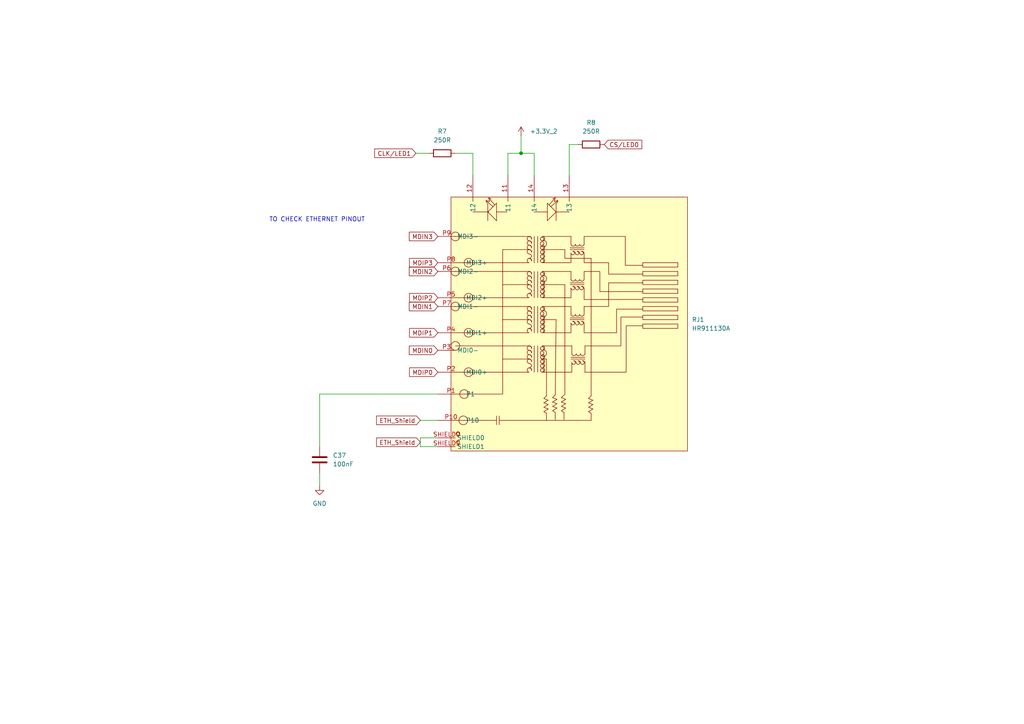
<source format=kicad_sch>
(kicad_sch (version 20231120) (generator "eeschema") (generator_version "8.0")
  (paper "A4")
  (lib_symbols
    (symbol "Device:C" (pin_numbers hide) (pin_names (offset 0.254))
      (property "Reference" "C" (at 0.635 2.54 0))
      (property "Value" "C" (at 0.635 -2.54 0))
      (symbol "C_0_1"
        (polyline (pts (xy -2.032 -0.762) (xy 2.032 -0.762)) (stroke (width 0.508)))
        (polyline (pts (xy -2.032 0.762) (xy 2.032 0.762)) (stroke (width 0.508)))
      )
      (symbol "C_1_1"
        (pin passive line (at 0 3.81 270) (length 2.794) (name "~") (number "1"))
        (pin passive line (at 0 -3.81 90) (length 2.794) (name "~") (number "2"))
      )
    )
    (symbol "Device:R" (pin_numbers hide) (pin_names (offset 0))
      (property "Reference" "R" (at 2.032 0 90))
      (property "Value" "R" (at 0 0 90))
      (symbol "R_0_1"
        (rectangle (start -1.016 -2.54) (end 1.016 2.54) (stroke (width 0.254)))
      )
      (symbol "R_1_1"
        (pin passive line (at 0 3.81 270) (length 1.27) (name "~") (number "1"))
        (pin passive line (at 0 -3.81 90) (length 1.27) (name "~") (number "2"))
      )
    )
    (symbol "da:HR911130A"
      (property "Reference" "RJ1" (at 40.64 -2.5399 0))
      (property "Value" "HR911130A" (at 40.64 -5.0799 0))
      (symbol "HR911130A_0_1"
        (rectangle (start -29.21 33.02) (end 39.37 -40.64) (fill (type background)))
        (circle (center -27.94 -10.16) (radius 1.27))
        (circle (center -27.94 1.27) (radius 1.27))
        (circle (center -27.94 11.43) (radius 1.27))
        (circle (center -27.94 21.59) (radius 1.27))
        (circle (center -27.18 -38.1) (radius 0.51))
        (circle (center -27.18 -35.56) (radius 0.51))
        (circle (center -25.65 -31.75) (radius 1.27))
        (circle (center -25.4 -24.13) (radius 1.27))
        (circle (center -24.13 -17.78) (radius 1.27))
        (circle (center -24.13 -6.35) (radius 1.27))
        (circle (center -24.13 3.81) (radius 1.27))
        (circle (center -24.13 13.97) (radius 1.27))
        (arc (start -6.6 -16.51) (mid -6.52 -16.5) (end -5.84 -16))
        (arc (start -6.6 -5.08) (mid -6.52 -5.07) (end -5.84 -4.57))
        (arc (start -6.6 5.08) (mid -6.52 5.09) (end -5.84 5.59))
        (arc (start -6.6 15.24) (mid -6.52 15.25) (end -5.84 15.75))
        (arc (start -5.84 -17.27) (mid -6.8337 -16.6103) (end -6.6 -17.78))
        (arc (start -5.84 -17.27) (mid -6.2 -16.62) (end -6.6 -16.51))
        (arc (start -5.84 -16) (mid -6.2 -15.35) (end -6.6 -15.24))
        (arc (start -5.84 -14.73) (mid -6.8337 -14.0703) (end -6.6 -15.24))
        (arc (start -5.84 -14.73) (mid -6.2 -14.08) (end -6.6 -13.97))
        (arc (start -5.84 -13.46) (mid -6.8337 -12.8003) (end -6.6 -13.97))
        (arc (start -5.84 -13.46) (mid -6.2 -12.81) (end -6.6 -12.7))
        (arc (start -5.84 -12.19) (mid -6.8337 -11.5303) (end -6.6 -12.7))
        (arc (start -5.84 -12.19) (mid -6.2 -11.54) (end -6.6 -11.43))
        (arc (start -5.84 -10.92) (mid -6.8337 -10.2603) (end -6.6 -11.43))
        (arc (start -5.84 -10.92) (mid -6.2 -10.27) (end -6.6 -10.16))
        (arc (start -5.84 -5.84) (mid -6.8337 -5.1803) (end -6.6 -6.35))
        (arc (start -5.84 -5.84) (mid -6.2 -5.19) (end -6.6 -5.08))
        (arc (start -5.84 -4.57) (mid -6.2 -3.92) (end -6.6 -3.81))
        (arc (start -5.84 -3.3) (mid -6.8337 -2.6403) (end -6.6 -3.81))
        (arc (start -5.84 -3.3) (mid -6.2 -2.65) (end -6.6 -2.54))
        (arc (start -5.84 -2.03) (mid -6.8337 -1.3703) (end -6.6 -2.54))
        (arc (start -5.84 -2.03) (mid -6.2 -1.38) (end -6.6 -1.27))
        (arc (start -5.84 -0.76) (mid -6.8337 -0.1003) (end -6.6 -1.27))
        (arc (start -5.84 -0.76) (mid -6.2 -0.11) (end -6.6 0))
        (arc (start -5.84 0.51) (mid -6.8337 1.1697) (end -6.6 0))
        (arc (start -5.84 0.51) (mid -6.2 1.16) (end -6.6 1.27))
        (arc (start -5.84 4.32) (mid -6.8337 4.9797) (end -6.6 3.81))
        (arc (start -5.84 4.32) (mid -6.2 4.97) (end -6.6 5.08))
        (arc (start -5.84 5.59) (mid -6.2 6.24) (end -6.6 6.35))
        (arc (start -5.84 6.86) (mid -6.8337 7.5197) (end -6.6 6.35))
        (arc (start -5.84 6.86) (mid -6.2 7.51) (end -6.6 7.62))
        (arc (start -5.84 8.13) (mid -6.8337 8.7897) (end -6.6 7.62))
        (arc (start -5.84 8.13) (mid -6.2 8.78) (end -6.6 8.89))
        (arc (start -5.84 9.4) (mid -6.8337 10.0597) (end -6.6 8.89))
        (arc (start -5.84 9.4) (mid -6.2 10.05) (end -6.6 10.16))
        (arc (start -5.84 10.67) (mid -6.8337 11.3297) (end -6.6 10.16))
        (arc (start -5.84 10.67) (mid -6.2 11.32) (end -6.6 11.43))
        (arc (start -5.84 14.48) (mid -6.8337 15.1397) (end -6.6 13.97))
        (arc (start -5.84 14.48) (mid -6.2 15.13) (end -6.6 15.24))
        (arc (start -5.84 15.75) (mid -6.2 16.4) (end -6.6 16.51))
        (arc (start -5.84 17.02) (mid -6.8337 17.6797) (end -6.6 16.51))
        (arc (start -5.84 17.02) (mid -6.2 17.67) (end -6.6 17.78))
        (arc (start -5.84 18.29) (mid -6.8337 18.9497) (end -6.6 17.78))
        (arc (start -5.84 18.29) (mid -6.2 18.94) (end -6.6 19.05))
        (arc (start -5.84 19.56) (mid -6.8337 20.2197) (end -6.6 19.05))
        (arc (start -5.84 19.56) (mid -6.2 20.21) (end -6.6 20.32))
        (arc (start -5.84 20.83) (mid -6.8337 21.4897) (end -6.6 20.32))
        (arc (start -5.84 20.83) (mid -6.2 21.48) (end -6.6 21.59))
        (arc (start -3.3 -17.27) (mid -2.132 -17.5026) (end -2.79 -16.51))
        (arc (start -3.3 -16) (mid -2.132 -16.2326) (end -2.79 -15.24))
        (arc (start -3.3 -14.73) (mid -2.132 -14.9626) (end -2.79 -13.97))
        (arc (start -3.3 -13.46) (mid -2.132 -13.6926) (end -2.79 -12.7))
        (arc (start -3.3 -12.19) (mid -1.6318 -12.7584) (end -2.79 -11.43))
        (arc (start -3.3 -10.92) (mid -2.132 -11.1526) (end -2.79 -10.16))
        (arc (start -3.3 -5.84) (mid -2.132 -6.0726) (end -2.79 -5.08))
        (arc (start -3.3 -4.57) (mid -2.132 -4.8026) (end -2.79 -3.81))
        (arc (start -3.3 -3.3) (mid -2.132 -3.5326) (end -2.79 -2.54))
        (arc (start -3.3 -2.03) (mid -2.132 -2.2626) (end -2.79 -1.27))
        (arc (start -3.3 -0.76) (mid -1.6318 -1.3284) (end -2.79 0))
        (arc (start -3.3 0.51) (mid -2.132 0.2774) (end -2.79 1.27))
        (arc (start -3.3 4.32) (mid -2.132 4.0874) (end -2.79 5.08))
        (arc (start -3.3 5.59) (mid -2.132 5.3574) (end -2.79 6.35))
        (arc (start -3.3 6.86) (mid -2.132 6.6274) (end -2.79 7.62))
        (arc (start -3.3 8.13) (mid -2.132 7.8974) (end -2.79 8.89))
        (arc (start -3.3 9.4) (mid -1.6318 8.8316) (end -2.79 10.16))
        (arc (start -3.3 10.67) (mid -2.132 10.4374) (end -2.79 11.43))
        (arc (start -3.3 14.48) (mid -2.132 14.2474) (end -2.79 15.24))
        (arc (start -3.3 15.75) (mid -2.132 15.5174) (end -2.79 16.51))
        (arc (start -3.3 17.02) (mid -2.132 16.7874) (end -2.79 17.78))
        (arc (start -3.3 18.29) (mid -2.132 18.0574) (end -2.79 19.05))
        (arc (start -3.3 19.56) (mid -1.6318 18.9916) (end -2.79 20.32))
        (arc (start -3.3 20.83) (mid -2.132 20.5974) (end -2.79 21.59))
        (arc (start -2.79 -17.78) (mid -2.4348 -16.9148) (end -3.3 -17.27))
        (arc (start -2.79 -16.51) (mid -2.4348 -15.6448) (end -3.3 -16))
        (arc (start -2.79 -15.24) (mid -2.4348 -14.3748) (end -3.3 -14.73))
        (arc (start -2.79 -13.97) (mid -2.4348 -13.1048) (end -3.3 -13.46))
        (arc (start -2.79 -12.7) (mid -2.4348 -11.8348) (end -3.3 -12.19))
        (arc (start -2.79 -11.43) (mid -2.4348 -10.5648) (end -3.3 -10.92))
        (arc (start -2.79 -6.35) (mid -2.4348 -5.4848) (end -3.3 -5.84))
        (arc (start -2.79 -5.08) (mid -2.4348 -4.2148) (end -3.3 -4.57))
        (arc (start -2.79 -3.81) (mid -2.4348 -2.9448) (end -3.3 -3.3))
        (arc (start -2.79 -2.54) (mid -2.4348 -1.6748) (end -3.3 -2.03))
        (arc (start -2.79 -1.27) (mid -2.4348 -0.4048) (end -3.3 -0.76))
        (arc (start -2.79 0) (mid -2.4348 0.8652) (end -3.3 0.51))
        (arc (start -2.79 3.81) (mid -2.4348 4.6752) (end -3.3 4.32))
        (arc (start -2.79 5.08) (mid -2.4348 5.9452) (end -3.3 5.59))
        (arc (start -2.79 6.35) (mid -2.4348 7.2152) (end -3.3 6.86))
        (arc (start -2.79 7.62) (mid -2.4348 8.4852) (end -3.3 8.13))
        (arc (start -2.79 8.89) (mid -2.4348 9.7552) (end -3.3 9.4))
        (arc (start -2.79 10.16) (mid -2.4348 11.0252) (end -3.3 10.67))
        (arc (start -2.79 13.97) (mid -2.4348 14.8352) (end -3.3 14.48))
        (arc (start -2.79 15.24) (mid -2.4348 16.1052) (end -3.3 15.75))
        (arc (start -2.79 16.51) (mid -2.4348 17.3752) (end -3.3 17.02))
        (arc (start -2.79 17.78) (mid -2.4348 18.6452) (end -3.3 18.29))
        (arc (start -2.79 19.05) (mid -2.4348 19.9152) (end -3.3 19.56))
        (arc (start -2.79 20.32) (mid -2.4348 21.1852) (end -3.3 20.83))
        (polyline (pts (xy -19.05 32) (xy -18.8 31.24)))
        (polyline (pts (xy -19.05 32) (xy -18.03 31.75)))
        (polyline (pts (xy -18.54 28.7) (xy -18.54 26.16)))
        (polyline (pts (xy -18.54 28.7) (xy -17.02 30.23)))
        (polyline (pts (xy -18.54 31.24) (xy -18.54 28.7)))
        (polyline (pts (xy -18.29 28.7) (xy -22.86 28.7)))
        (polyline (pts (xy -18.29 32.77) (xy -18.03 31.75)))
        (polyline (pts (xy -18.29 32.77) (xy -17.53 32.51)))
        (polyline (pts (xy -17.02 30.23) (xy -19.05 32)))
        (polyline (pts (xy -17.02 30.23) (xy -16.51 30.73)))
        (polyline (pts (xy -16.51 30.73) (xy -18.29 32.77)))
        (polyline (pts (xy -16.51 30.73) (xy -16 31.24)))
        (polyline (pts (xy -16 -31.75) (xy -25.4 -31.75)))
        (polyline (pts (xy -16 -30.48) (xy -16 -33.02)))
        (polyline (pts (xy -16 26.16) (xy -18.54 28.7)))
        (polyline (pts (xy -16 28.7) (xy -16 26.16)))
        (polyline (pts (xy -16 28.7) (xy -12.95 28.7)))
        (polyline (pts (xy -16 31.24) (xy -16 28.7)))
        (polyline (pts (xy -15.24 -30.48) (xy -15.24 -33.02)))
        (polyline (pts (xy -6.6 -17.78) (xy -25.4 -17.78)))
        (polyline (pts (xy -6.6 -13.97) (xy -14.22 -13.97)))
        (polyline (pts (xy -6.6 -10.16) (xy -27.94 -10.16)))
        (polyline (pts (xy -6.6 -6.35) (xy -25.4 -6.35)))
        (polyline (pts (xy -6.6 -2.54) (xy -14.22 -2.54)))
        (polyline (pts (xy -6.6 1.27) (xy -27.94 1.27)))
        (polyline (pts (xy -6.6 3.81) (xy -25.4 3.81)))
        (polyline (pts (xy -6.6 7.62) (xy -14.22 7.62)))
        (polyline (pts (xy -6.6 11.43) (xy -27.94 11.43)))
        (polyline (pts (xy -6.6 13.97) (xy -25.4 13.97)))
        (polyline (pts (xy -6.6 17.78) (xy -14.22 17.78)))
        (polyline (pts (xy -6.6 21.59) (xy -27.94 21.59)))
        (polyline (pts (xy -5.08 -10.16) (xy -5.08 -17.78)))
        (polyline (pts (xy -5.08 1.27) (xy -5.08 -6.35)))
        (polyline (pts (xy -5.08 11.43) (xy -5.08 3.81)))
        (polyline (pts (xy -5.08 21.59) (xy -5.08 13.97)))
        (polyline (pts (xy -4.06 -10.16) (xy -4.06 -17.78)))
        (polyline (pts (xy -4.06 1.27) (xy -4.06 -6.35)))
        (polyline (pts (xy -4.06 11.43) (xy -4.06 3.81)))
        (polyline (pts (xy -4.06 21.59) (xy -4.06 13.97)))
        (polyline (pts (xy -3.05 -13.97) (xy -1.52 -13.97)))
        (polyline (pts (xy -2.79 -6.35) (xy 1.78 -6.35)))
        (polyline (pts (xy -2.79 -2.54) (xy 1.27 -2.54)))
        (polyline (pts (xy -2.79 3.81) (xy 1.78 3.81)))
        (polyline (pts (xy -2.79 7.62) (xy 3.81 7.62)))
        (polyline (pts (xy -2.79 13.97) (xy 1.78 13.97)))
        (polyline (pts (xy -2.29 -29.21) (xy -1.52 -29.72)))
        (polyline (pts (xy -2.29 -27.94) (xy -1.02 -28.45)))
        (polyline (pts (xy -2.29 -26.67) (xy -1.02 -27.18)))
        (polyline (pts (xy -2.29 -25.4) (xy -1.02 -25.91)))
        (polyline (pts (xy -1.52 -31.75) (xy -15.24 -31.75)))
        (polyline (pts (xy -1.52 -29.72) (xy -1.52 -31.75)))
        (polyline (pts (xy -1.52 -24.64) (xy -2.29 -25.4)))
        (polyline (pts (xy -1.52 -13.97) (xy -1.52 -24.64)))
        (polyline (pts (xy -1.27 26.16) (xy 1.27 28.7)))
        (polyline (pts (xy -1.27 28.7) (xy -5.08 28.7)))
        (polyline (pts (xy -1.27 28.7) (xy -1.27 26.16)))
        (polyline (pts (xy -1.27 31.24) (xy -1.27 28.7)))
        (polyline (pts (xy -1.02 -28.45) (xy -2.29 -29.21)))
        (polyline (pts (xy -1.02 -27.18) (xy -2.29 -27.94)))
        (polyline (pts (xy -1.02 -25.91) (xy -2.29 -26.67)))
        (polyline (pts (xy -0.76 30.73) (xy -1.27 31.24)))
        (polyline (pts (xy -0.76 30.73) (xy 1.02 32.77)))
        (polyline (pts (xy -0.25 30.23) (xy -0.76 30.73)))
        (polyline (pts (xy -0.25 30.23) (xy 1.78 32)))
        (polyline (pts (xy 0.25 -28.96) (xy 1.02 -29.46)))
        (polyline (pts (xy 0.25 -27.69) (xy 1.52 -28.19)))
        (polyline (pts (xy 0.25 -26.42) (xy 1.52 -26.92)))
        (polyline (pts (xy 0.25 -25.15) (xy 1.52 -25.65)))
        (polyline (pts (xy 1.02 -29.46) (xy 1.02 -31.5)))
        (polyline (pts (xy 1.02 -24.38) (xy 0.25 -25.15)))
        (polyline (pts (xy 1.02 32.77) (xy 0.25 32.51)))
        (polyline (pts (xy 1.02 32.77) (xy 0.76 31.75)))
        (polyline (pts (xy 1.27 -31.75) (xy -1.52 -31.75)))
        (polyline (pts (xy 1.27 -2.54) (xy 1.02 -24.38)))
        (polyline (pts (xy 1.27 28.7) (xy -0.25 30.23)))
        (polyline (pts (xy 1.27 28.7) (xy 1.27 26.16)))
        (polyline (pts (xy 1.27 28.7) (xy 5.08 28.7)))
        (polyline (pts (xy 1.27 31.24) (xy 1.27 28.7)))
        (polyline (pts (xy 1.52 -28.19) (xy 0.25 -28.96)))
        (polyline (pts (xy 1.52 -26.92) (xy 0.25 -27.69)))
        (polyline (pts (xy 1.52 -25.65) (xy 0.25 -26.42)))
        (polyline (pts (xy 1.78 32) (xy 0.76 31.75)))
        (polyline (pts (xy 1.78 32) (xy 1.52 31.24)))
        (polyline (pts (xy 2.79 -28.96) (xy 3.56 -29.46)))
        (polyline (pts (xy 2.79 -27.69) (xy 4.06 -28.19)))
        (polyline (pts (xy 2.79 -26.42) (xy 4.06 -26.92)))
        (polyline (pts (xy 2.79 -25.15) (xy 4.06 -25.65)))
        (polyline (pts (xy 3.56 -29.46) (xy 3.56 -31.5)))
        (polyline (pts (xy 3.56 -24.38) (xy 2.79 -25.15)))
        (polyline (pts (xy 3.81 -31.75) (xy 1.27 -31.75)))
        (polyline (pts (xy 3.81 7.62) (xy 3.81 -24.38)))
        (polyline (pts (xy 4.06 -28.19) (xy 2.79 -28.96)))
        (polyline (pts (xy 4.06 -26.92) (xy 2.79 -27.69)))
        (polyline (pts (xy 4.06 -25.65) (xy 2.79 -26.42)))
        (polyline (pts (xy 5.33 -2.54) (xy 9.4 -2.54)))
        (polyline (pts (xy 5.33 -2.03) (xy 9.4 -2.03)))
        (polyline (pts (xy 5.33 7.62) (xy 9.4 7.62)))
        (polyline (pts (xy 5.33 8.13) (xy 9.4 8.13)))
        (polyline (pts (xy 5.33 17.78) (xy 9.4 17.78)))
        (polyline (pts (xy 5.33 18.29) (xy 9.4 18.29)))
        (polyline (pts (xy 5.59 -13.97) (xy 9.65 -13.97)))
        (polyline (pts (xy 5.59 -13.46) (xy 9.65 -13.46)))
        (polyline (pts (xy 5.59 -1.02) (xy 5.59 1.27)))
        (polyline (pts (xy 5.59 1.27) (xy -2.79 1.27)))
        (polyline (pts (xy 5.59 9.14) (xy 5.59 11.43)))
        (polyline (pts (xy 5.59 11.43) (xy -2.79 11.43)))
        (polyline (pts (xy 5.59 19.3) (xy 5.59 21.59)))
        (polyline (pts (xy 5.59 21.59) (xy -2.79 21.59)))
        (polyline (pts (xy 5.84 -12.45) (xy 5.84 -10.16)))
        (polyline (pts (xy 5.84 -10.16) (xy -2.79 -10.16)))
        (polyline (pts (xy 9.4 -3.56) (xy 9.4 -6.35)))
        (polyline (pts (xy 9.4 1.27) (xy 9.4 -1.02)))
        (polyline (pts (xy 9.4 11.43) (xy 9.4 9.14)))
        (polyline (pts (xy 9.65 -14.99) (xy 9.65 -17.78)))
        (polyline (pts (xy 9.65 -10.16) (xy 9.65 -12.45)))
        (polyline (pts (xy 10.67 -29.21) (xy 11.43 -29.72)))
        (polyline (pts (xy 10.67 -27.94) (xy 11.94 -28.45)))
        (polyline (pts (xy 10.67 -26.67) (xy 11.94 -27.18)))
        (polyline (pts (xy 10.67 -25.4) (xy 11.94 -25.91)))
        (polyline (pts (xy 11.43 -31.75) (xy 3.81 -31.75)))
        (polyline (pts (xy 11.43 -29.72) (xy 11.43 -31.75)))
        (polyline (pts (xy 11.43 -24.64) (xy 10.67 -25.4)))
        (polyline (pts (xy 11.43 15.24) (xy 11.43 -24.64)))
        (polyline (pts (xy 11.94 -28.45) (xy 10.67 -29.21)))
        (polyline (pts (xy 11.94 -27.18) (xy 10.67 -27.94)))
        (polyline (pts (xy 11.94 -25.91) (xy 10.67 -26.67)))
        (polyline (pts (xy -14.22 17.78) (xy -14.22 -24.13) (xy -25.4 -24.13)))
        (polyline (pts (xy -2.79 -17.78) (xy 5.84 -17.78) (xy 5.84 -14.99)))
        (polyline (pts (xy 1.78 -6.35) (xy 5.59 -6.35) (xy 5.59 -3.56)))
        (polyline (pts (xy 1.78 3.81) (xy 5.59 3.81) (xy 5.59 6.6)))
        (polyline (pts (xy 1.78 13.97) (xy 5.59 13.97) (xy 5.59 16.76)))
        (polyline (pts (xy 9.4 6.6) (xy 9.4 3.3) (xy 26.42 3.3)))
        (polyline (pts (xy -2.79 17.78) (xy 3.81 17.78) (xy 3.81 15.24) (xy 11.43 15.24)))
        (polyline (pts (xy 9.4 11.43) (xy 13.97 11.43) (xy 13.97 5.59) (xy 26.42 5.59)))
        (polyline (pts (xy 26.42 -4.32) (xy 21.59 -4.32) (xy 21.59 -17.78) (xy 9.65 -17.78)))
        (polyline (pts (xy 26.42 -1.78) (xy 20.07 -1.78) (xy 20.07 -10.16) (xy 9.65 -10.16)))
        (polyline (pts (xy 26.42 0.51) (xy 18.8 0.51) (xy 18.8 -6.35) (xy 9.4 -6.35)))
        (polyline (pts (xy 26.42 8.13) (xy 16.51 8.13) (xy 16.51 1.27) (xy 9.4 1.27)))
        (polyline (pts (xy 9.4 16.76) (xy 9.4 13.97) (xy 16.51 13.97) (xy 16.51 10.67) (xy 26.42 10.67)))
        (polyline (pts (xy 26.42 13.21) (xy 21.34 13.21) (xy 21.34 21.59) (xy 9.4 21.59) (xy 9.4 19.3)))
        (arc (start 5.59 -3.56) (mid 6.4606 -3.9206) (end 6.1 -3.05))
        (arc (start 5.59 -1.02) (mid 5.7429 -1.3742) (end 6.1 -1.52))
        (arc (start 5.59 6.6) (mid 6.4606 6.2394) (end 6.1 7.11))
        (arc (start 5.59 9.14) (mid 5.7429 8.7858) (end 6.1 8.64))
        (arc (start 5.59 16.76) (mid 6.4606 16.3994) (end 6.1 17.27))
        (arc (start 5.59 19.3) (mid 5.7429 18.9458) (end 6.1 18.8))
        (arc (start 5.84 -14.99) (mid 6.7278 -15.3678) (end 6.35 -14.48))
        (arc (start 5.84 -12.45) (mid 5.9956 -12.8015) (end 6.35 -12.95))
        (arc (start 6.1 -1.52) (mid 6.5854 -1.4301) (end 6.86 -1.02))
        (arc (start 6.1 8.64) (mid 6.5854 8.7299) (end 6.86 9.14))
        (arc (start 6.1 18.8) (mid 6.5854 18.8899) (end 6.86 19.3))
        (arc (start 6.35 -12.95) (mid 6.8354 -12.8601) (end 7.11 -12.45))
        (arc (start 6.86 -3.56) (mid 6.57 -3.14) (end 6.1 -3.05))
        (arc (start 6.86 -3.56) (mid 7.7306 -3.9206) (end 7.37 -3.05))
        (arc (start 6.86 -1.02) (mid 7.0129 -1.3742) (end 7.37 -1.52))
        (arc (start 6.86 6.6) (mid 6.57 7.02) (end 6.1 7.11))
        (arc (start 6.86 6.6) (mid 7.7306 6.2394) (end 7.37 7.11))
        (arc (start 6.86 9.14) (mid 7.0129 8.7858) (end 7.37 8.64))
        (arc (start 6.86 16.76) (mid 6.57 17.18) (end 6.1 17.27))
        (arc (start 6.86 16.76) (mid 7.7306 16.3994) (end 7.37 17.27))
        (arc (start 6.86 19.3) (mid 7.0129 18.9458) (end 7.37 18.8))
        (arc (start 7.11 -14.99) (mid 6.82 -14.57) (end 6.35 -14.48))
        (arc (start 7.11 -14.99) (mid 7.9978 -15.3678) (end 7.62 -14.48))
        (arc (start 7.11 -12.45) (mid 7.2656 -12.8015) (end 7.62 -12.95))
        (arc (start 7.37 -1.52) (mid 7.8554 -1.4301) (end 8.13 -1.02))
        (arc (start 7.37 8.64) (mid 7.8554 8.7299) (end 8.13 9.14))
        (arc (start 7.37 18.8) (mid 7.8554 18.8899) (end 8.13 19.3))
        (arc (start 7.62 -12.95) (mid 8.1054 -12.8601) (end 8.38 -12.45))
        (arc (start 8.13 -3.56) (mid 7.84 -3.14) (end 7.37 -3.05))
        (arc (start 8.13 -3.56) (mid 9.0006 -3.9206) (end 8.64 -3.05))
        (arc (start 8.13 -1.02) (mid 8.2829 -1.3742) (end 8.64 -1.52))
        (arc (start 8.13 6.6) (mid 7.84 7.02) (end 7.37 7.11))
        (arc (start 8.13 6.6) (mid 9.0006 6.2394) (end 8.64 7.11))
        (arc (start 8.13 9.14) (mid 8.2829 8.7858) (end 8.64 8.64))
        (arc (start 8.13 16.76) (mid 7.84 17.18) (end 7.37 17.27))
        (arc (start 8.13 16.76) (mid 9.0006 16.3994) (end 8.64 17.27))
        (arc (start 8.13 19.3) (mid 8.2829 18.9458) (end 8.64 18.8))
        (arc (start 8.38 -14.99) (mid 8.09 -14.57) (end 7.62 -14.48))
        (arc (start 8.38 -14.99) (mid 9.2678 -15.3678) (end 8.89 -14.48))
        (arc (start 8.38 -12.45) (mid 8.5356 -12.8015) (end 8.89 -12.95))
        (arc (start 8.64 -1.52) (mid 9.1254 -1.4301) (end 9.4 -1.02))
        (arc (start 8.64 8.64) (mid 9.1254 8.7299) (end 9.4 9.14))
        (arc (start 8.64 18.8) (mid 9.1254 18.8899) (end 9.4 19.3))
        (arc (start 8.89 -12.95) (mid 9.3754 -12.8601) (end 9.65 -12.45))
        (arc (start 9.4 -3.56) (mid 9.11 -3.14) (end 8.64 -3.05))
        (arc (start 9.4 6.6) (mid 9.11 7.02) (end 8.64 7.11))
        (arc (start 9.4 16.76) (mid 9.11 17.18) (end 8.64 17.27))
        (arc (start 9.65 -14.99) (mid 9.36 -14.57) (end 8.89 -14.48))
        (rectangle (start 26.42 -3.81) (end 36.58 -5.08) (fill (type background)))
        (rectangle (start 26.42 -1.27) (end 36.58 -2.54) (fill (type background)))
        (rectangle (start 26.42 1.27) (end 36.58 0) (fill (type background)))
        (rectangle (start 26.42 3.81) (end 36.58 2.54) (fill (type background)))
        (rectangle (start 26.42 6.35) (end 36.58 5.08) (fill (type background)))
        (rectangle (start 26.42 8.89) (end 36.58 7.62) (fill (type background)))
        (rectangle (start 26.42 11.43) (end 36.58 10.16) (fill (type background)))
        (rectangle (start 26.42 13.97) (end 36.58 12.7) (fill (type background)))
        (pin unspecified line (at -12.7 39.37 270) (length 7.62) (name "11") (number "11"))
        (pin unspecified line (at -22.86 39.37 270) (length 7.62) (name "12") (number "12"))
        (pin unspecified line (at 5.08 39.37 270) (length 7.62) (name "13") (number "13"))
        (pin unspecified line (at -5.08 39.37 270) (length 7.62) (name "14") (number "14"))
        (pin unspecified line (at -33.02 -24.13 0) (length 7.62) (name "P1") (number "P1"))
        (pin unspecified line (at -33.02 -31.75 0) (length 7.62) (name "P10") (number "P10"))
        (pin unspecified line (at -33.02 -36.83 0) (length 5.08) (name "SHIELD0") (number "SHIELD0"))
        (pin unspecified line (at -33.02 -39.37 0) (length 5.08) (name "SHIELD1") (number "SHIELD1"))
      )
      (symbol "HR911130A_1_1"
        (pin unspecified line (at -33.02 -17.78 0) (length 7.62) (name "MDI0+") (number "P2"))
        (pin unspecified line (at -33.02 -11.43 0) (length 5.08) (name "MDI0-") (number "P3"))
        (pin unspecified line (at -33.02 -6.35 0) (length 7.62) (name "MDI1+") (number "P4"))
        (pin unspecified line (at -33.02 3.81 0) (length 7.62) (name "MDI2+") (number "P5"))
        (pin unspecified line (at -33.02 11.43 0) (length 5.08) (name "MDI2-") (number "P6"))
        (pin unspecified line (at -33.02 1.27 0) (length 5.08) (name "MDI1-") (number "P7"))
        (pin unspecified line (at -33.02 13.97 0) (length 7.62) (name "MDI3+") (number "P8"))
        (pin unspecified line (at -33.02 21.59 0) (length 5.08) (name "MDI3-") (number "P9"))
      )
    )
    (symbol "power:+3.3V" (power) (pin_numbers hide) (pin_names (offset 0) hide)
      (property "Value" "+3.3V" (at 0 3.556 0))
      (symbol "+3.3V_0_1"
        (polyline (pts (xy -0.762 1.27) (xy 0 2.54)))
        (polyline (pts (xy 0 0) (xy 0 2.54)))
        (polyline (pts (xy 0 2.54) (xy 0.762 1.27)))
      )
      (symbol "+3.3V_1_1"
        (pin power_in line (at 0 0 90) (length 0) (name "~") (number "1"))
      )
    )
    (symbol "power:GND" (power) (pin_numbers hide) (pin_names (offset 0) hide)
      (property "Value" "GND" (at 0 -3.81 0))
      (symbol "GND_0_1"
        (polyline (pts (xy 0 0) (xy 0 -1.27) (xy 1.27 -1.27) (xy 0 -2.54) (xy -1.27 -1.27) (xy 0 -1.27)))
      )
      (symbol "GND_1_1"
        (pin power_in line (at 0 0 270) (length 0) (name "~") (number "1"))
      )
    )
  )
  (junction (at 151.13 44.45))
  (wire (pts (xy 132.08 44.45) (xy 137.16 44.45)))
  (wire (pts (xy 127 129.54) (xy 121.92 129.54)))
  (wire (pts (xy 165.1 50.8) (xy 165.1 41.91)))
  (wire (pts (xy 147.32 50.8) (xy 147.32 44.45)))
  (wire (pts (xy 154.94 50.8) (xy 154.94 44.45)))
  (wire (pts (xy 154.94 44.45) (xy 151.13 44.45)))
  (wire (pts (xy 127 127) (xy 121.92 127)))
  (wire (pts (xy 92.71 137.16) (xy 92.71 140.97)))
  (wire (pts (xy 147.32 44.45) (xy 151.13 44.45)))
  (wire (pts (xy 121.92 127) (xy 121.92 129.54)))
  (wire (pts (xy 165.1 41.91) (xy 167.64 41.91)))
  (wire (pts (xy 151.13 44.45) (xy 151.13 39.37)))
  (wire (pts (xy 92.71 114.3) (xy 127 114.3)))
  (wire (pts (xy 137.16 44.45) (xy 137.16 50.8)))
  (wire (pts (xy 121.92 121.92) (xy 127 121.92)))
  (wire (pts (xy 120.65 44.45) (xy 124.46 44.45)))
  (wire (pts (xy 92.71 129.54) (xy 92.71 114.3)))
  (text "TO CHECK ETHERNET PINOUT " (at 92.456 63.754 0) (effects (font (size 1.27 1.27))))
  (global_label "MDIN2" (shape input) (at 127 78.74 180) (property "Intersheetrefs" "${INTERSHEET_REFS}" (effects (hide yes))))
  (global_label "MDIP1" (shape input) (at 127 96.52 180) (property "Intersheetrefs" "${INTERSHEET_REFS}" (effects (hide yes))))
  (global_label "MDIN1" (shape input) (at 127 88.9 180) (property "Intersheetrefs" "${INTERSHEET_REFS}" (effects (hide yes))))
  (global_label "MDIN3" (shape input) (at 127 68.58 180) (property "Intersheetrefs" "${INTERSHEET_REFS}" (effects (hide yes))))
  (global_label "MDIP3" (shape input) (at 127 76.2 180) (property "Intersheetrefs" "${INTERSHEET_REFS}" (effects (hide yes))))
  (global_label "MDIP0" (shape input) (at 127 107.95 180) (property "Intersheetrefs" "${INTERSHEET_REFS}" (effects (hide yes))))
  (global_label "MDIP2" (shape input) (at 127 86.36 180) (property "Intersheetrefs" "${INTERSHEET_REFS}" (effects (hide yes))))
  (global_label "CS{slash}LED0" (shape input) (at 175.26 41.91 0) (property "Intersheetrefs" "${INTERSHEET_REFS}" (effects (hide yes))))
  (global_label "MDIN0" (shape input) (at 127 101.6 180) (property "Intersheetrefs" "${INTERSHEET_REFS}" (effects (hide yes))))
  (global_label "CLK{slash}LED1" (shape input) (at 120.65 44.45 180) (property "Intersheetrefs" "${INTERSHEET_REFS}" (effects (hide yes))))
  (global_label "ETH_Shield" (shape input) (at 121.92 121.92 180) (property "Intersheetrefs" "${INTERSHEET_REFS}" (effects (hide yes))))
  (global_label "ETH_Shield" (shape input) (at 121.92 128.27 180) (property "Intersheetrefs" "${INTERSHEET_REFS}" (effects (hide yes))))
  (symbol (lib_id "power:GND") (at 92.71 140.97 0) (unit 1)
    (property "Reference" "#PWR062" (effects (hide yes)))
    (property "Value" "GND" (at 92.71 146.05 0))
    (property "Description" "Power symbol creates a global label with name \"GND\" , ground" (effects (hide yes)))
  )
  (symbol (lib_id "Device:R") (at 128.27 44.45 90) (unit 1)
    (property "Reference" "R7" (at 128.27 38.1 90))
    (property "Value" "250R" (at 128.27 40.64 90))
    (property "Footprint" "Resistor_SMD:R_0402_1005Metric" (effects (hide yes)))
    (property "Description" "Resistor" (effects (hide yes)))
  )
  (symbol (lib_id "Device:R") (at 171.45 41.91 90) (unit 1)
    (property "Reference" "R8" (at 171.45 35.56 90))
    (property "Value" "250R" (at 171.45 38.1 90))
    (property "Footprint" "Resistor_SMD:R_0402_1005Metric" (effects (hide yes)))
    (property "Description" "Resistor" (effects (hide yes)))
  )
  (symbol (lib_id "power:+3.3V") (at 151.13 39.37 0) (unit 1)
    (property "Reference" "#PWR012" (effects (hide yes)))
    (property "Value" "+3.3V_2" (at 153.67 38.0999 0) (effects (justify left)))
    (property "Description" "Power symbol creates a global label with name \"+3.3V\"" (effects (hide yes)))
  )
  (symbol (lib_id "da:HR911130A") (at 160.02 90.17 0) (unit 1)
    (property "Reference" "RJ1" (at 200.66 92.7099 0) (effects (justify left)))
    (property "Value" "HR911130A" (at 200.66 95.2499 0) (effects (justify left)))
    (property "Footprint" "da:RJ45-TH_HR911130A" (effects (hide yes)))
    (property "Datasheet" "https://lcsc.com/product-detail/RJ45_HR911130A_C54408.html" (effects (hide yes)))
    (property "LCSC Part" "C54408" (effects (hide yes)))
  )
  (symbol (lib_id "Device:C") (at 92.71 133.35 0) (unit 1)
    (property "Reference" "C37" (at 96.52 132.0799 0) (effects (justify left)))
    (property "Value" "100nF" (at 96.52 134.6199 0) (effects (justify left)))
    (property "Footprint" "Capacitor_SMD:C_0402_1005Metric" (effects (hide yes)))
    (property "Description" "Unpolarized capacitor" (effects (hide yes)))
  )
)
</source>
